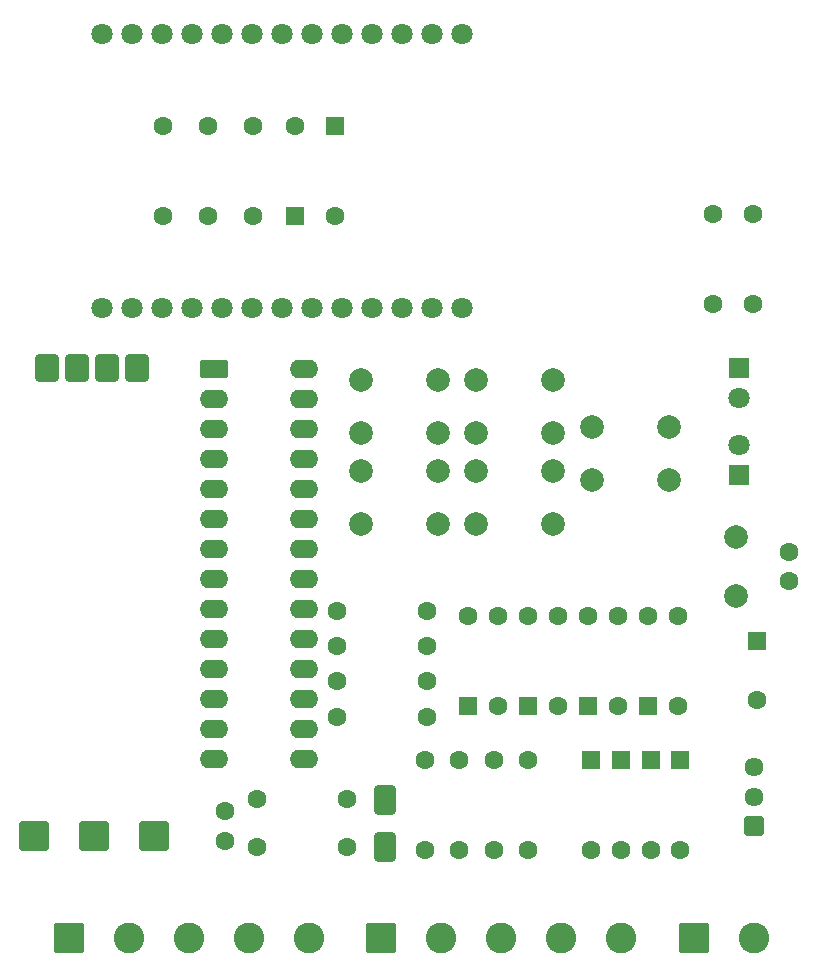
<source format=gbr>
%TF.GenerationSoftware,KiCad,Pcbnew,9.0.3*%
%TF.CreationDate,2026-01-26T07:37:58-05:00*%
%TF.ProjectId,MASTER,4d415354-4552-42e6-9b69-6361645f7063,rev?*%
%TF.SameCoordinates,Original*%
%TF.FileFunction,Soldermask,Top*%
%TF.FilePolarity,Negative*%
%FSLAX46Y46*%
G04 Gerber Fmt 4.6, Leading zero omitted, Abs format (unit mm)*
G04 Created by KiCad (PCBNEW 9.0.3) date 2026-01-26 07:37:58*
%MOMM*%
%LPD*%
G01*
G04 APERTURE LIST*
G04 Aperture macros list*
%AMRoundRect*
0 Rectangle with rounded corners*
0 $1 Rounding radius*
0 $2 $3 $4 $5 $6 $7 $8 $9 X,Y pos of 4 corners*
0 Add a 4 corners polygon primitive as box body*
4,1,4,$2,$3,$4,$5,$6,$7,$8,$9,$2,$3,0*
0 Add four circle primitives for the rounded corners*
1,1,$1+$1,$2,$3*
1,1,$1+$1,$4,$5*
1,1,$1+$1,$6,$7*
1,1,$1+$1,$8,$9*
0 Add four rect primitives between the rounded corners*
20,1,$1+$1,$2,$3,$4,$5,0*
20,1,$1+$1,$4,$5,$6,$7,0*
20,1,$1+$1,$6,$7,$8,$9,0*
20,1,$1+$1,$8,$9,$2,$3,0*%
G04 Aperture macros list end*
%ADD10C,2.000000*%
%ADD11C,1.600000*%
%ADD12RoundRect,0.250000X-1.050000X-1.050000X1.050000X-1.050000X1.050000X1.050000X-1.050000X1.050000X0*%
%ADD13C,2.600000*%
%ADD14RoundRect,0.250000X-0.550000X0.550000X-0.550000X-0.550000X0.550000X-0.550000X0.550000X0.550000X0*%
%ADD15C,1.800000*%
%ADD16RoundRect,0.250000X-0.650000X1.000000X-0.650000X-1.000000X0.650000X-1.000000X0.650000X1.000000X0*%
%ADD17RoundRect,0.102000X0.704000X-0.704000X0.704000X0.704000X-0.704000X0.704000X-0.704000X-0.704000X0*%
%ADD18C,1.612000*%
%ADD19R,1.800000X1.800000*%
%ADD20RoundRect,0.250000X0.550000X-0.550000X0.550000X0.550000X-0.550000X0.550000X-0.550000X-0.550000X0*%
%ADD21RoundRect,0.250000X-0.950000X-0.550000X0.950000X-0.550000X0.950000X0.550000X-0.950000X0.550000X0*%
%ADD22O,2.400000X1.600000*%
%ADD23RoundRect,0.250000X-0.750000X0.900000X-0.750000X-0.900000X0.750000X-0.900000X0.750000X0.900000X0*%
%ADD24RoundRect,0.250000X-1.020000X1.020000X-1.020000X-1.020000X1.020000X-1.020000X1.020000X1.020000X0*%
G04 APERTURE END LIST*
D10*
%TO.C,SW4*%
X79665000Y-73325000D03*
X86165000Y-73325000D03*
X79665000Y-77825000D03*
X86165000Y-77825000D03*
%TD*%
D11*
%TO.C,R11*%
X81123300Y-97865000D03*
X81123300Y-105485000D03*
%TD*%
D10*
%TO.C,C4*%
X101665000Y-83925000D03*
X101665000Y-78925000D03*
%TD*%
D11*
%TO.C,R12*%
X67855000Y-88175000D03*
X75475000Y-88175000D03*
%TD*%
D12*
%TO.C,DIGITAL_INPUTS1*%
X71620000Y-112925000D03*
D13*
X76700000Y-112925000D03*
X81780000Y-112925000D03*
X86860000Y-112925000D03*
X91940000Y-112925000D03*
%TD*%
D12*
%TO.C,MODBUS_OUT1*%
X45160000Y-112925000D03*
D13*
X50240000Y-112925000D03*
X55320000Y-112925000D03*
X60400000Y-112925000D03*
X65480000Y-112925000D03*
%TD*%
D11*
%TO.C,R8*%
X67855000Y-94175000D03*
X75475000Y-94175000D03*
%TD*%
%TO.C,C1*%
X58355000Y-102175000D03*
X58355000Y-104675000D03*
%TD*%
D14*
%TO.C,C3*%
X103415000Y-87772300D03*
D11*
X103415000Y-92772300D03*
%TD*%
D15*
%TO.C,ESP32*%
X47930000Y-59525000D03*
X50470000Y-59525000D03*
X53010000Y-59525000D03*
X55550000Y-59525000D03*
X58090000Y-59525000D03*
X60630000Y-59525000D03*
X63170000Y-59525000D03*
X65710000Y-59525000D03*
X68250000Y-59525000D03*
X70790000Y-59525000D03*
X73330000Y-59525000D03*
X75870000Y-59525000D03*
X78410000Y-59525000D03*
X47930000Y-36325000D03*
X50470000Y-36325000D03*
X53010000Y-36325000D03*
X55550000Y-36325000D03*
X58090000Y-36325000D03*
X60630000Y-36325000D03*
X63170000Y-36325000D03*
X65710000Y-36325000D03*
X68250000Y-36325000D03*
X70790000Y-36325000D03*
X73330000Y-36325000D03*
X75870000Y-36325000D03*
X78410000Y-36325000D03*
%TD*%
D10*
%TO.C,SW2*%
X69915000Y-73325000D03*
X76415000Y-73325000D03*
X69915000Y-77825000D03*
X76415000Y-77825000D03*
%TD*%
D12*
%TO.C,PWR_IN1*%
X98080000Y-112925000D03*
D13*
X103160000Y-112925000D03*
%TD*%
D11*
%TO.C,R0*%
X53115000Y-51735000D03*
X53115000Y-44115000D03*
%TD*%
%TO.C,R10*%
X67855000Y-91175000D03*
X75475000Y-91175000D03*
%TD*%
D10*
%TO.C,SW1*%
X69915000Y-65675000D03*
X76415000Y-65675000D03*
X69915000Y-70175000D03*
X76415000Y-70175000D03*
%TD*%
D11*
%TO.C,R6*%
X60765000Y-44115000D03*
X60765000Y-51735000D03*
%TD*%
%TO.C,R2*%
X99665000Y-51615000D03*
X99665000Y-59235000D03*
%TD*%
D16*
%TO.C,D5*%
X71915000Y-101175000D03*
X71915000Y-105175000D03*
%TD*%
D11*
%TO.C,R4*%
X61105000Y-105175000D03*
X68725000Y-105175000D03*
%TD*%
D10*
%TO.C,SW5*%
X89465000Y-69600000D03*
X95965000Y-69600000D03*
X89465000Y-74100000D03*
X95965000Y-74100000D03*
%TD*%
D17*
%TO.C,S1*%
X103165000Y-103425000D03*
D18*
X103165000Y-100925000D03*
X103165000Y-98425000D03*
%TD*%
D11*
%TO.C,R1*%
X56940000Y-51735000D03*
X56940000Y-44115000D03*
%TD*%
D14*
%TO.C,D7*%
X91915000Y-97865000D03*
D11*
X91915000Y-105485000D03*
%TD*%
D19*
%TO.C,D1*%
X101945000Y-73700000D03*
D15*
X101945000Y-71160000D03*
%TD*%
D14*
%TO.C,D8*%
X94415000Y-97865000D03*
D11*
X94415000Y-105485000D03*
%TD*%
D20*
%TO.C,U5*%
X84060000Y-93230000D03*
D11*
X86600000Y-93230000D03*
X86600000Y-85610000D03*
X84060000Y-85610000D03*
%TD*%
D14*
%TO.C,D4*%
X67665000Y-44115000D03*
D11*
X67665000Y-51735000D03*
%TD*%
D19*
%TO.C,D2*%
X101915000Y-64635000D03*
D15*
X101915000Y-67175000D03*
%TD*%
D11*
%TO.C,C5*%
X106165000Y-82675000D03*
X106165000Y-80175000D03*
%TD*%
D21*
%TO.C,U1*%
X57415000Y-64735000D03*
D22*
X57415000Y-67275000D03*
X57415000Y-69815000D03*
X57415000Y-72355000D03*
X57415000Y-74895000D03*
X57415000Y-77435000D03*
X57415000Y-79975000D03*
X57415000Y-82515000D03*
X57415000Y-85055000D03*
X57415000Y-87595000D03*
X57415000Y-90135000D03*
X57415000Y-92675000D03*
X57415000Y-95215000D03*
X57415000Y-97755000D03*
X65035000Y-97755000D03*
X65035000Y-95215000D03*
X65035000Y-92675000D03*
X65035000Y-90135000D03*
X65035000Y-87595000D03*
X65035000Y-85055000D03*
X65035000Y-82515000D03*
X65035000Y-79975000D03*
X65035000Y-77435000D03*
X65035000Y-74895000D03*
X65035000Y-72355000D03*
X65035000Y-69815000D03*
X65035000Y-67275000D03*
X65035000Y-64735000D03*
%TD*%
D20*
%TO.C,U7*%
X94220000Y-93230000D03*
D11*
X96760000Y-93230000D03*
X96760000Y-85610000D03*
X94220000Y-85610000D03*
%TD*%
%TO.C,R13*%
X84000000Y-97865000D03*
X84000000Y-105485000D03*
%TD*%
D20*
%TO.C,U6*%
X89140000Y-93230000D03*
D11*
X91680000Y-93230000D03*
X91680000Y-85610000D03*
X89140000Y-85610000D03*
%TD*%
D23*
%TO.C,U2*%
X50915000Y-64625000D03*
X48375000Y-64625000D03*
X45835000Y-64625000D03*
X43295000Y-64625000D03*
D24*
X52415000Y-104225000D03*
X47335000Y-104225000D03*
X42255000Y-104225000D03*
%TD*%
D11*
%TO.C,R9*%
X78206700Y-97865000D03*
X78206700Y-105485000D03*
%TD*%
D14*
%TO.C,D9*%
X96915000Y-97865000D03*
D11*
X96915000Y-105485000D03*
%TD*%
D10*
%TO.C,SW3*%
X79665000Y-65675000D03*
X86165000Y-65675000D03*
X79665000Y-70175000D03*
X86165000Y-70175000D03*
%TD*%
D11*
%TO.C,R5*%
X68725000Y-101125000D03*
X61105000Y-101125000D03*
%TD*%
D14*
%TO.C,D6*%
X89415000Y-97865000D03*
D11*
X89415000Y-105485000D03*
%TD*%
%TO.C,R14*%
X67855000Y-85175000D03*
X75475000Y-85175000D03*
%TD*%
%TO.C,R3*%
X103115000Y-51615000D03*
X103115000Y-59235000D03*
%TD*%
%TO.C,R7*%
X75290000Y-97865000D03*
X75290000Y-105485000D03*
%TD*%
D20*
%TO.C,U4*%
X78980000Y-93230000D03*
D11*
X81520000Y-93230000D03*
X81520000Y-85610000D03*
X78980000Y-85610000D03*
%TD*%
D20*
%TO.C,D3*%
X64340000Y-51735000D03*
D11*
X64340000Y-44115000D03*
%TD*%
M02*

</source>
